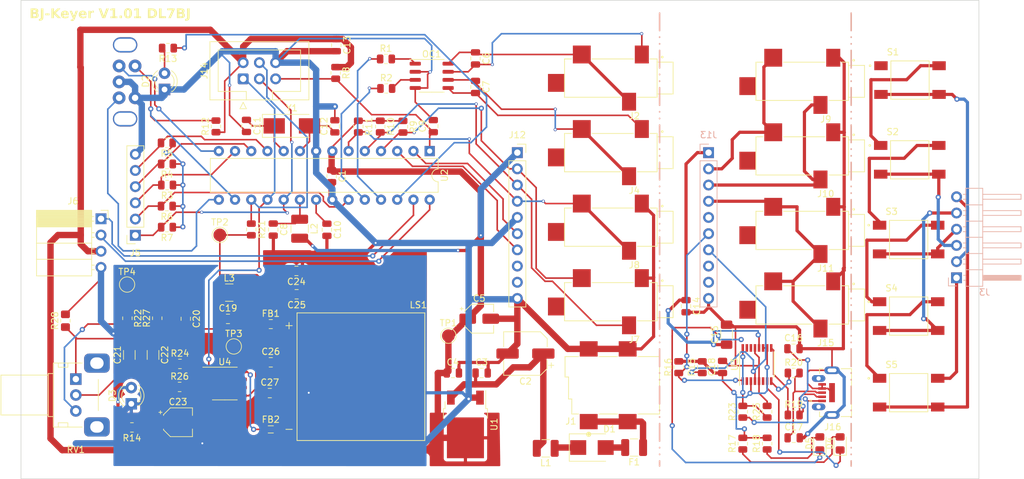
<source format=kicad_pcb>
(kicad_pcb (version 20221018) (generator pcbnew)

  (general
    (thickness 1.6)
  )

  (paper "A4")
  (title_block
    (comment 4 "AISLER Project ID: MMGPWGQA")
  )

  (layers
    (0 "F.Cu" signal)
    (31 "B.Cu" signal)
    (32 "B.Adhes" user "B.Adhesive")
    (33 "F.Adhes" user "F.Adhesive")
    (34 "B.Paste" user)
    (35 "F.Paste" user)
    (36 "B.SilkS" user "B.Silkscreen")
    (37 "F.SilkS" user "F.Silkscreen")
    (38 "B.Mask" user)
    (39 "F.Mask" user)
    (40 "Dwgs.User" user "User.Drawings")
    (41 "Cmts.User" user "User.Comments")
    (42 "Eco1.User" user "User.Eco1")
    (43 "Eco2.User" user "User.Eco2")
    (44 "Edge.Cuts" user)
    (45 "Margin" user)
    (46 "B.CrtYd" user "B.Courtyard")
    (47 "F.CrtYd" user "F.Courtyard")
    (48 "B.Fab" user)
    (49 "F.Fab" user)
    (50 "User.1" user)
    (51 "User.2" user)
    (52 "User.3" user)
    (53 "User.4" user)
    (54 "User.5" user)
    (55 "User.6" user)
    (56 "User.7" user)
    (57 "User.8" user)
    (58 "User.9" user)
  )

  (setup
    (pad_to_mask_clearance 0)
    (pcbplotparams
      (layerselection 0x00010fc_ffffffff)
      (plot_on_all_layers_selection 0x0000000_00000000)
      (disableapertmacros false)
      (usegerberextensions false)
      (usegerberattributes true)
      (usegerberadvancedattributes true)
      (creategerberjobfile true)
      (dashed_line_dash_ratio 12.000000)
      (dashed_line_gap_ratio 3.000000)
      (svgprecision 4)
      (plotframeref false)
      (viasonmask false)
      (mode 1)
      (useauxorigin false)
      (hpglpennumber 1)
      (hpglpenspeed 20)
      (hpglpendiameter 15.000000)
      (dxfpolygonmode true)
      (dxfimperialunits true)
      (dxfusepcbnewfont true)
      (psnegative false)
      (psa4output false)
      (plotreference true)
      (plotvalue true)
      (plotinvisibletext false)
      (sketchpadsonfab false)
      (subtractmaskfromsilk false)
      (outputformat 1)
      (mirror false)
      (drillshape 1)
      (scaleselection 1)
      (outputdirectory "")
    )
  )

  (net 0 "")
  (net 1 "+5V")
  (net 2 "GND")
  (net 3 "Net-(U1-VI)")
  (net 4 "Net-(C6-Pad1)")
  (net 5 "Net-(C6-Pad2)")
  (net 6 "Net-(C7-Pad1)")
  (net 7 "Net-(C7-Pad2)")
  (net 8 "Net-(U2-AVCC)")
  (net 9 "/~{RESET}")
  (net 10 "Net-(U2-AREF)")
  (net 11 "Net-(U2-XTAL2{slash}PB7)")
  (net 12 "Net-(U2-XTAL1{slash}PB6)")
  (net 13 "+5VA")
  (net 14 "GNDA")
  (net 15 "Net-(U3-3V3OUT)")
  (net 16 "Net-(C19-Pad1)")
  (net 17 "Net-(C19-Pad2)")
  (net 18 "Net-(C20-Pad1)")
  (net 19 "Net-(C21-Pad1)")
  (net 20 "Net-(C21-Pad2)")
  (net 21 "Net-(C22-Pad2)")
  (net 22 "Net-(C26-Pad1)")
  (net 23 "Net-(C27-Pad1)")
  (net 24 "Net-(D1-K)")
  (net 25 "Net-(D1-A)")
  (net 26 "Net-(D2-A)")
  (net 27 "Net-(D3-A)")
  (net 28 "Net-(D4-K)")
  (net 29 "Net-(D4-A)")
  (net 30 "Net-(D5-K)")
  (net 31 "Net-(D5-A)")
  (net 32 "Net-(U4-OUT+)")
  (net 33 "Net-(U4-OUT-)")
  (net 34 "Net-(J3-Pin_1)")
  (net 35 "Net-(J3-Pin_2)")
  (net 36 "Net-(J3-Pin_3)")
  (net 37 "Net-(J3-Pin_4)")
  (net 38 "GND1")
  (net 39 "/Mem 4")
  (net 40 "/Mem 3")
  (net 41 "/Mem 2")
  (net 42 "/Mem 1")
  (net 43 "/Left Paddle")
  (net 44 "/Right Paddle")
  (net 45 "/Straight Key")
  (net 46 "/TxD")
  (net 47 "/RxD")
  (net 48 "unconnected-(J12-Pin_8-Pad8)")
  (net 49 "unconnected-(J12-Pin_9-Pad9)")
  (net 50 "Net-(J13-Pin_4)")
  (net 51 "unconnected-(J13-Pin_5-Pad5)")
  (net 52 "Net-(J13-Pin_6)")
  (net 53 "Net-(J13-Pin_7)")
  (net 54 "unconnected-(J13-Pin_8-Pad8)")
  (net 55 "unconnected-(J13-Pin_9-Pad9)")
  (net 56 "/~{AUDIO SD}")
  (net 57 "/AUDIO")
  (net 58 "Net-(OC1-Pad1)")
  (net 59 "Net-(OC1-Pad3)")
  (net 60 "/TRX 1")
  (net 61 "/TRX 2")
  (net 62 "Net-(U2-PB2)")
  (net 63 "/Key")
  (net 64 "Net-(U3-USBDM)")
  (net 65 "Net-(U3-USBDP)")
  (net 66 "Net-(J3-Pin_5)")
  (net 67 "Net-(U3-CBUS3)")
  (net 68 "Net-(U4-IN+)")
  (net 69 "Net-(U4-IN-)")
  (net 70 "Net-(U2-PB0)")
  (net 71 "Net-(U2-PB1)")
  (net 72 "unconnected-(U3-~{RTS}-Pad2)")
  (net 73 "unconnected-(U3-~{CTS}-Pad6)")
  (net 74 "unconnected-(U3-CBUS0-Pad15)")
  (net 75 "unconnected-(U4-NC-Pad2)")
  (net 76 "unconnected-(J2-Pad4)")
  (net 77 "unconnected-(J4-Pad4)")
  (net 78 "unconnected-(J8-Pad4)")
  (net 79 "unconnected-(J7-Pad4)")
  (net 80 "unconnected-(J9-Pad4)")
  (net 81 "unconnected-(J10-Pad4)")
  (net 82 "unconnected-(J11-Pad4)")
  (net 83 "unconnected-(J15-Pad4)")
  (net 84 "/+7-15V")
  (net 85 "/Ext Left Paddle")
  (net 86 "/Ext Right Paddle")
  (net 87 "Net-(J3-Pin_6)")
  (net 88 "/Mem 5")
  (net 89 "Net-(R3-Pad1)")
  (net 90 "Net-(R22-Pad2)")
  (net 91 "Net-(S1-Pad3)")
  (net 92 "Net-(S2-Pad3)")
  (net 93 "Net-(S3-Pad3)")
  (net 94 "Net-(S4-Pad3)")
  (net 95 "Net-(J16-D-)")
  (net 96 "Net-(J16-D+)")
  (net 97 "Net-(J16-VCC)")
  (net 98 "unconnected-(J16-SHIELD__1-PadSH2)")
  (net 99 "unconnected-(J16-SHIELD__4-PadSH5)")
  (net 100 "/SDA")
  (net 101 "/SCL")
  (net 102 "Net-(C22-Pad1)")

  (footprint "Package_SO:SO-8_3.9x4.9mm_P1.27mm" (layer "F.Cu") (at 31.9182 60.071))

  (footprint "Capacitor_SMD:CP_Elec_6.3x5.9" (layer "F.Cu") (at 78.994 55.372 180))

  (footprint "Resistor_SMD:R_0805_2012Metric" (layer "F.Cu") (at 36.068 35.9175 -90))

  (footprint "Resistor_SMD:R_0805_2012Metric" (layer "F.Cu") (at 24.892 56.9976))

  (footprint "Resistor_SMD:R_0805_2012Metric" (layer "F.Cu") (at 121 58.42))

  (footprint "MountingHole:MountingHole_3.2mm_M3_DIN965" (layer "F.Cu") (at 139.192 5.5))

  (footprint "Resistor_SMD:R_0805_2012Metric" (layer "F.Cu") (at 30.5308 19.7631 90))

  (footprint "Diode_SMD:D_SMB" (layer "F.Cu") (at 89.408 70.104))

  (footprint "Resistor_SMD:R_0805_2012Metric" (layer "F.Cu") (at 116.84 64.4925 90))

  (footprint "Capacitor_SMD:C_0805_2012Metric" (layer "F.Cu") (at 43.1648 46.0756 180))

  (footprint "Resistor_SMD:R_0805_2012Metric" (layer "F.Cu") (at 22.8365 22.352 180))

  (footprint "Inductor_SMD:L_0805_2012Metric_Pad1.15x1.40mm_HandSolder" (layer "F.Cu") (at 39.116 50.7492))

  (footprint "Capacitor_SMD:C_0805_2012Metric" (layer "F.Cu") (at 120.965 54.61))

  (footprint "Capacitor_SMD:C_0805_2012Metric" (layer "F.Cu") (at 72.136 58.42))

  (footprint "BJ-Keyer:CUI_SJ-3524-SMT" (layer "F.Cu") (at 126.0905 47.752 180))

  (footprint "LED_THT:LED_D3.0mm" (layer "F.Cu") (at 17.272 63.251 90))

  (footprint "Capacitor_SMD:C_0805_2012Metric" (layer "F.Cu") (at 109.855 57.47 90))

  (footprint "Resistor_SMD:R_0805_2012Metric" (layer "F.Cu") (at 113.03 64.4925 90))

  (footprint "Resistor_SMD:R_0805_2012Metric" (layer "F.Cu") (at 22.86 35.56 180))

  (footprint "Capacitor_SMD:C_0805_2012Metric" (layer "F.Cu") (at 43.1292 42.418 180))

  (footprint "BJ-Keyer:CUI_SJ-3524-SMT" (layer "F.Cu") (at 96.1185 23.876 180))

  (footprint "Resistor_SMD:R_0805_2012Metric" (layer "F.Cu") (at 22.8365 32.258 180))

  (footprint "BJ-Keyer:CUI_UJ2-MIBH2-4-SMT" (layer "F.Cu") (at 125.45 62.8 180))

  (footprint "Capacitor_SMD:C_0805_2012Metric" (layer "F.Cu") (at 49.149 19.751 90))

  (footprint "Resistor_SMD:R_0805_2012Metric" (layer "F.Cu") (at 113.03 69.4925 90))

  (footprint "Connector_IDC:IDC-Header_2x03_P2.54mm_Vertical" (layer "F.Cu") (at 34.793 12.3095 90))

  (footprint "LED_THT:LED_D3.0mm" (layer "F.Cu") (at 22.479 13.975 90))

  (footprint "BJ-Keyer:CUI_PJ-002BH-SMT-TR" (layer "F.Cu") (at 88.9 66.04 180))

  (footprint "Capacitor_SMD:C_0805_2012Metric" (layer "F.Cu") (at 121 68.58))

  (footprint "Capacitor_SMD:CP_Elec_4x4.5" (layer "F.Cu") (at 24.5872 66.1416))

  (footprint "Connector_PinSocket_2.54mm:PinSocket_1x06_P2.54mm_Vertical" (layer "F.Cu") (at 17.907 36.83 180))

  (footprint "Capacitor_SMD:C_0805_2012Metric" (layer "F.Cu") (at 35.306 19.685 -90))

  (footprint "BJ-Keyer:SW_TS04-66-85-BK-160-SMT" (layer "F.Cu") (at 139.17 25))

  (footprint "Resistor_SMD:R_0805_2012Metric" (layer "F.Cu") (at 16.6624 49.8367 -90))

  (footprint "BJ-Keyer:RotaryEncoder_EC11B-Horizontal-Dual" (layer "F.Cu") (at 16.617 12.787 -90))

  (footprint "BJ-Keyer:CUI_SJ-3524-SMT" (layer "F.Cu") (at 126.0905 12.7 180))

  (footprint "Capacitor_SMD:C_0805_2012Metric" (layer "F.Cu") (at 25.8064 49.9212 -90))

  (footprint "Capacitor_SMD:C_0805_2012Metric" (layer "F.Cu") (at 38.9636 61.5696))

  (footprint "Connector_PinSocket_2.54mm:PinSocket_1x04_P2.54mm_Horizontal" (layer "F.Cu") (at 12.528 34.25))

  (footprint "TestPoint:TestPoint_Pad_D2.0mm" (layer "F.Cu") (at 16.6116 44.5516))

  (footprint "LED_SMD:LED_0805_2012Metric_Pad1.15x1.40mm_HandSolder" (layer "F.Cu") (at 128.27 69.46 90))

  (footprint "TestPoint:TestPoint_Pad_D2.0mm" (layer "F.Cu") (at 31.1404 36.7792))

  (footprint "Crystal:Crystal_SMD_Abracon_ABM3-2Pin_5.0x3.2mm_HandSoldering" (layer "F.Cu") (at 42.418 19.685))

  (footprint "TestPoint:TestPoint_Pad_D2.0mm" (layer "F.Cu") (at 66.929 52.578))

  (footprint "BJ-Keyer:CUI_SJ-3524-SMT" (layer "F.Cu") (at 96.1185 35.56 180))

  (footprint "Resistor_SMD:R_0805_2012Metric" (layer "F.Cu")
    (tstamp 6e0f1e76-dcae-4b74-aad6-1e9bef2d7f7c)
    (at 121 65)
    (descr "Resistor SMD 0805 (2012 Metric), square (rectangular) end terminal, IPC_7351 nominal, (Body size source: IPC-SM-782 page 72, https://www.pcb-3d.com/wordpress/wp-content/uploads/ipc-sm-782a_amendment_1_and_2.pdf), generated with kicad-footprint-generator")
    (tags "resistor")
    (property "Sheetfile" "BJ-Keyer.kicad_sch")
    (property "Sheetname" "")
    (property "ki_description" "Resistor, small symbol")
    (property "ki_keywords" "R resistor")
    (path "/213189ac-cab8-412e-bd23-b4d3970aff5f")
    (attr smd)
    (fp_text reference "R19" (at 0 -1.65) (layer "F.SilkS")
        (effects (font (size 1 1) (thickness 0.15)))
      (tstamp a46827b3-590c-46eb-b904-88753a8eb480)
    )
    (fp_text value "27R" (at -0.0075 2) (layer "F.Fab")
        (effects (font (size 1 1) (thickness 0.15)))
      (tstamp 034f5a92-64c1-42a7-90f9-3fea1bcf59e1)
    )
    (fp_text user "${REFERENCE}" (at 0 0) (layer "F.Fab")
        (effects (font (size 0.5 0.5) (thickness 0.08)))
      (tstamp 167d906d-cf98-4638-8ec8-24d3d180abc0)
    )
    (fp_line (start -0.227064 -0.735) (end 0.227064 -0.735)
      (stroke (width 0.12) (type solid)) (layer "F.SilkS") (tstamp 6cda67c8-8a52-432b-b374-689c68bee443))
    (fp_line (start -0.227064 0.735) (end 0.227064 0.735)
      (stroke (width 0.12) (type solid)) (layer "F.SilkS") (tstamp 8cba8be4-891a-48e0-b01b-91f837578927))
    (fp_line (start -1.68 -0.95) (end 1.68 -0.95)
      (stroke (width 0.05) (type solid)) (layer "F.CrtYd") (tstamp 58794803-41eb-4b67-a56c-f44361c8c88b))
    (fp_line (start -1.68 0.95) (end -1.68 -0.95)
      (stroke (width 0.05) (type solid)) (layer "F.CrtYd") (tstamp d629b208-9459-4152-9990-d813c19
... [535209 chars truncated]
</source>
